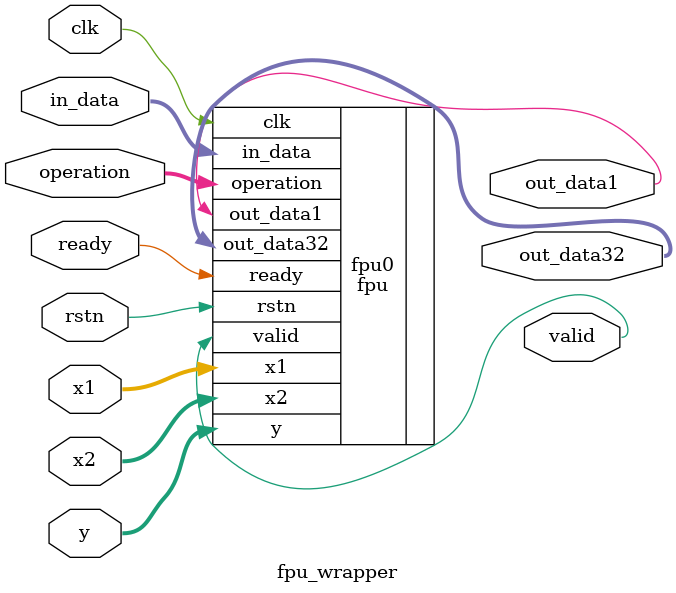
<source format=v>
module fpu_wrapper (
    input wire [4:0] x1,
    input wire [4:0] x2,
    input wire [4:0] y,
    input wire [5:0] operation,
    input wire [31:0] in_data,
    output wire out_data1,
    output wire [31:0] out_data32,
    input wire ready,
    output wire valid,
    input wire clk,
    input wire rstn );

    fpu fpu0 (
        .x1(x1),
        .x2(x2),
        .y(y),
        .operation(operation),
        .in_data(in_data),
        .out_data1(out_data1),
        .out_data32(out_data32),
        .ready(ready),
        .valid(valid),
        .clk(clk),
        .rstn(rstn)
    );

endmodule

</source>
